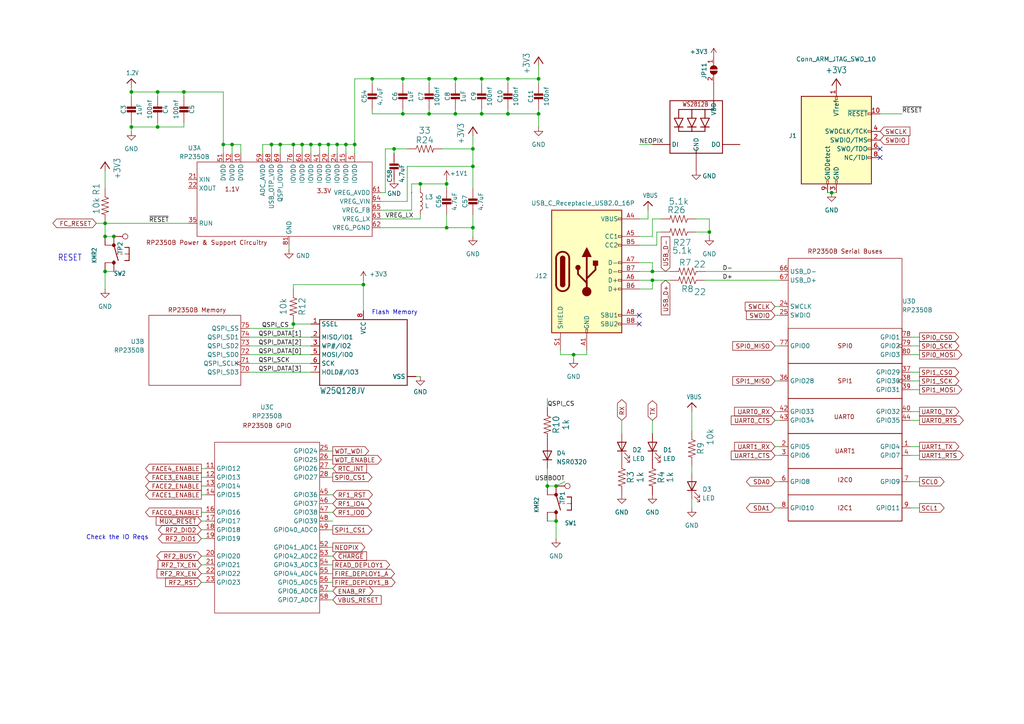
<source format=kicad_sch>
(kicad_sch (version 20250114) (generator "eeschema") (generator_version "9.0")
  (paper "A4")
  (text "RESET" (at 16.764 75.946 0) (effects (font (size 1.778 1.5113)) (justify left bottom)))
  (text "Flash Memory" (at 121.158 91.44 0) (effects (font (size 1.27 1.27)) (justify right bottom)))
  (text "SD Card" (at 71.374 218.44 0) (effects (font (size 1.27 1.27)) (justify left bottom)))
  (text "Check the IO Reqs" (at 34.036 155.956 0) (effects (font (size 1.27 1.27))))
  (junction (at 166.37 102.87))
  (junction (at 53.34 26.67))
  (junction (at 147.32 22.86))
  (junction (at 81.28 41.91))
  (junction (at 132.08 33.02))
  (junction (at 161.29 140.97))
  (junction (at 92.71 41.91))
  (junction (at 129.54 66.04))
  (junction (at 124.46 33.02))
  (junction (at 116.84 33.02))
  (junction (at 45.72 26.67))
  (junction (at 45.72 36.83))
  (junction (at 161.29 151.13))
  (junction (at 132.08 22.86))
  (junction (at 114.3 43.18))
  (junction (at 90.17 41.91))
  (junction (at 121.92 53.34))
  (junction (at 105.41 82.55))
  (junction (at 137.16 66.04))
  (junction (at 67.31 41.91))
  (junction (at 95.25 41.91))
  (junction (at 38.1 26.67))
  (junction (at 205.74 67.31))
  (junction (at 124.46 22.86))
  (junction (at 99.06 232.41))
  (junction (at 139.7 33.02))
  (junction (at 107.95 22.86))
  (junction (at 156.21 22.86))
  (junction (at 137.16 43.18))
  (junction (at 115.57 220.98))
  (junction (at 158.75 140.97))
  (junction (at 85.09 41.91))
  (junction (at 147.32 33.02))
  (junction (at 139.7 22.86))
  (junction (at 33.02 68.58))
  (junction (at 78.74 41.91))
  (junction (at 100.33 41.91))
  (junction (at 85.09 93.98))
  (junction (at 189.23 78.74))
  (junction (at 156.21 33.02))
  (junction (at 38.1 36.83))
  (junction (at 116.84 22.86))
  (junction (at 241.1984 55.88))
  (junction (at 102.87 41.91))
  (junction (at 30.48 78.74))
  (junction (at 129.54 53.34))
  (junction (at 30.48 68.58))
  (junction (at 97.79 41.91))
  (junction (at 87.63 41.91))
  (junction (at 137.16 48.26))
  (junction (at 30.48 64.77))
  (junction (at 189.23 81.28))
  (junction (at 64.77 41.91))
  (no_connect (at 52.07 234.95))
  (no_connect (at 185.42 91.44))
  (no_connect (at 95.25 229.87))
  (no_connect (at 255.27 43.18))
  (no_connect (at 185.42 93.98))
  (no_connect (at 52.07 240.03))
  (no_connect (at 255.27 45.72))
  (no_connect (at 52.07 237.49))
  (wire (pts (xy 189.23 63.5) (xy 191.77 63.5)))
  (wire (pts (xy 83.82 71.12) (xy 83.82 72.39)))
  (wire (pts (xy 224.79 129.54) (xy 226.06 129.54)))
  (wire (pts (xy 53.34 27.94) (xy 53.34 26.67)))
  (wire (pts (xy 205.74 67.31) (xy 205.74 68.58)))
  (wire (pts (xy 97.79 41.91) (xy 97.79 44.45)))
  (wire (pts (xy 132.08 22.86) (xy 124.46 22.86)))
  (wire (pts (xy 124.46 22.86) (xy 124.46 24.13)))
  (wire (pts (xy 264.16 102.87) (xy 266.7 102.87)))
  (wire (pts (xy 189.23 81.28) (xy 185.42 81.28)))
  (wire (pts (xy 100.33 41.91) (xy 102.87 41.91)))
  (wire (pts (xy 110.49 55.88) (xy 111.76 55.88)))
  (wire (pts (xy 264.16 119.38) (xy 266.7 119.38)))
  (wire (pts (xy 110.49 60.96) (xy 119.38 60.96)))
  (wire (pts (xy 189.23 78.74) (xy 194.31 78.74)))
  (wire (pts (xy 96.52 151.13) (xy 95.25 151.13)))
  (wire (pts (xy 124.46 31.75) (xy 124.46 33.02)))
  (wire (pts (xy 38.1 26.67) (xy 45.72 26.67)))
  (wire (pts (xy 85.09 41.91) (xy 87.63 41.91)))
  (wire (pts (xy 92.71 41.91) (xy 92.71 44.45)))
  (wire (pts (xy 96.52 133.35) (xy 95.25 133.35)))
  (wire (pts (xy 137.16 66.04) (xy 137.16 62.23)))
  (wire (pts (xy 81.28 41.91) (xy 85.09 41.91)))
  (wire (pts (xy 30.48 64.77) (xy 30.48 68.58)))
  (wire (pts (xy 264.16 147.32) (xy 266.7 147.32)))
  (wire (pts (xy 102.87 22.86) (xy 107.95 22.86)))
  (wire (pts (xy 124.46 33.02) (xy 132.08 33.02)))
  (wire (pts (xy 96.52 173.99) (xy 95.25 173.99)))
  (wire (pts (xy 38.1 38.1) (xy 38.1 36.83)))
  (wire (pts (xy 38.1 36.83) (xy 38.1 35.56)))
  (wire (pts (xy 30.48 83.82) (xy 30.48 78.74)))
  (wire (pts (xy 240.03 55.88) (xy 241.1984 55.88)))
  (wire (pts (xy 161.29 151.13) (xy 161.29 156.21)))
  (wire (pts (xy 107.95 33.02) (xy 116.84 33.02)))
  (wire (pts (xy 105.41 82.55) (xy 105.41 90.17)))
  (wire (pts (xy 139.7 22.86) (xy 139.7 24.13)))
  (wire (pts (xy 64.77 26.67) (xy 53.34 26.67)))
  (wire (pts (xy 128.27 43.18) (xy 137.16 43.18)))
  (wire (pts (xy 90.17 107.95) (xy 72.39 107.95)))
  (wire (pts (xy 115.57 219.71) (xy 115.57 220.98)))
  (wire (pts (xy 58.42 151.13) (xy 59.69 151.13)))
  (wire (pts (xy 96.52 148.59) (xy 95.25 148.59)))
  (wire (pts (xy 129.54 53.34) (xy 129.54 54.61)))
  (wire (pts (xy 58.42 156.21) (xy 59.69 156.21)))
  (wire (pts (xy 129.54 66.04) (xy 137.16 66.04)))
  (wire (pts (xy 69.85 44.45) (xy 69.85 41.91)))
  (wire (pts (xy 102.87 44.45) (xy 102.87 41.91)))
  (wire (pts (xy 204.47 78.74) (xy 226.06 78.74)))
  (wire (pts (xy 96.52 166.37) (xy 95.25 166.37)))
  (wire (pts (xy 189.23 68.58) (xy 189.23 63.5)))
  (wire (pts (xy 58.42 166.37) (xy 59.69 166.37)))
  (wire (pts (xy 87.63 41.91) (xy 87.63 44.45)))
  (wire (pts (xy 118.11 48.26) (xy 137.16 48.26)))
  (wire (pts (xy 170.18 102.87) (xy 166.37 102.87)))
  (wire (pts (xy 45.72 26.67) (xy 53.34 26.67)))
  (wire (pts (xy 30.48 68.58) (xy 33.02 68.58)))
  (wire (pts (xy 64.77 44.45) (xy 64.77 41.91)))
  (wire (pts (xy 137.16 66.04) (xy 137.16 68.58)))
  (wire (pts (xy 162.56 102.87) (xy 162.56 101.6)))
  (wire (pts (xy 190.5 67.31) (xy 191.77 67.31)))
  (wire (pts (xy 189.23 76.2) (xy 185.42 76.2)))
  (wire (pts (xy 90.17 41.91) (xy 90.17 44.45)))
  (wire (pts (xy 264.16 121.92) (xy 266.7 121.92)))
  (wire (pts (xy 137.16 43.18) (xy 137.16 48.26)))
  (wire (pts (xy 38.1 229.87) (xy 38.1 236.22)))
  (wire (pts (xy 100.33 41.91) (xy 100.33 44.45)))
  (wire (pts (xy 139.7 22.86) (xy 132.08 22.86)))
  (wire (pts (xy 76.2 41.91) (xy 78.74 41.91)))
  (wire (pts (xy 96.52 153.67) (xy 95.25 153.67)))
  (wire (pts (xy 95.25 41.91) (xy 95.25 44.45)))
  (wire (pts (xy 255.27 33.02) (xy 261.62 33.02)))
  (wire (pts (xy 78.74 41.91) (xy 81.28 41.91)))
  (wire (pts (xy 170.18 101.6) (xy 170.18 102.87)))
  (wire (pts (xy 116.84 22.86) (xy 116.84 24.13)))
  (wire (pts (xy 115.57 220.98) (xy 115.57 237.49)))
  (wire (pts (xy 118.11 58.42) (xy 118.11 48.26)))
  (wire (pts (xy 189.23 41.91) (xy 185.42 41.91)))
  (wire (pts (xy 156.21 22.86) (xy 156.21 24.13)))
  (wire (pts (xy 96.52 143.51) (xy 95.25 143.51)))
  (wire (pts (xy 121.92 63.5) (xy 121.92 62.23)))
  (wire (pts (xy 58.42 143.51) (xy 59.69 143.51)))
  (wire (pts (xy 45.72 36.83) (xy 45.72 35.56)))
  (wire (pts (xy 189.23 81.28) (xy 189.23 83.82)))
  (wire (pts (xy 201.93 63.5) (xy 205.74 63.5)))
  (wire (pts (xy 111.76 55.88) (xy 111.76 43.18)))
  (wire (pts (xy 38.1 27.94) (xy 38.1 26.67)))
  (wire (pts (xy 90.17 100.33) (xy 72.39 100.33)))
  (wire (pts (xy 180.34 121.92) (xy 180.34 125.73)))
  (wire (pts (xy 105.41 82.55) (xy 105.41 81.28)))
  (wire (pts (xy 190.5 71.12) (xy 190.5 67.31)))
  (wire (pts (xy 224.79 139.7) (xy 226.06 139.7)))
  (wire (pts (xy 99.06 220.98) (xy 99.06 222.25)))
  (wire (pts (xy 95.25 237.49) (xy 115.57 237.49)))
  (wire (pts (xy 85.09 44.45) (xy 85.09 41.91)))
  (wire (pts (xy 52.07 229.87) (xy 38.1 229.87)))
  (wire (pts (xy 185.42 68.58) (xy 189.23 68.58)))
  (wire (pts (xy 92.71 41.91) (xy 95.25 41.91)))
  (wire (pts (xy 264.16 100.33) (xy 266.7 100.33)))
  (wire (pts (xy 158.75 135.89) (xy 158.75 140.97)))
  (wire (pts (xy 85.09 95.25) (xy 85.09 93.98)))
  (wire (pts (xy 224.79 132.08) (xy 226.06 132.08)))
  (wire (pts (xy 264.16 113.03) (xy 266.7 113.03)))
  (wire (pts (xy 99.06 232.41) (xy 101.6 232.41)))
  (wire (pts (xy 64.77 41.91) (xy 64.77 26.67)))
  (wire (pts (xy 119.38 53.34) (xy 121.92 53.34)))
  (wire (pts (xy 224.79 91.44) (xy 226.06 91.44)))
  (wire (pts (xy 163.83 139.7) (xy 161.29 140.97)))
  (wire (pts (xy 200.66 135.128) (xy 200.66 137.16)))
  (wire (pts (xy 97.79 41.91) (xy 100.33 41.91)))
  (wire (pts (xy 116.84 22.86) (xy 107.95 22.86)))
  (wire (pts (xy 96.52 161.29) (xy 95.25 161.29)))
  (wire (pts (xy 95.25 41.91) (xy 97.79 41.91)))
  (wire (pts (xy 200.66 124.968) (xy 200.66 119.38)))
  (wire (pts (xy 87.63 41.91) (xy 90.17 41.91)))
  (wire (pts (xy 72.39 95.25) (xy 85.09 95.25)))
  (wire (pts (xy 147.32 22.86) (xy 156.21 22.86)))
  (wire (pts (xy 156.21 31.75) (xy 156.21 33.02)))
  (wire (pts (xy 110.49 66.04) (xy 129.54 66.04)))
  (wire (pts (xy 107.95 31.75) (xy 107.95 33.02)))
  (wire (pts (xy 96.52 158.75) (xy 95.25 158.75)))
  (wire (pts (xy 58.42 140.97) (xy 59.69 140.97)))
  (wire (pts (xy 58.42 148.59) (xy 59.69 148.59)))
  (wire (pts (xy 58.42 153.67) (xy 59.69 153.67)))
  (wire (pts (xy 156.21 19.05) (xy 156.21 22.86)))
  (wire (pts (xy 119.38 60.96) (xy 119.38 53.34)))
  (wire (pts (xy 81.28 44.45) (xy 81.28 41.91)))
  (wire (pts (xy 264.16 97.79) (xy 266.7 97.79)))
  (wire (pts (xy 85.09 83.82) (xy 85.09 82.55)))
  (wire (pts (xy 96.52 130.81) (xy 95.25 130.81)))
  (wire (pts (xy 166.37 102.87) (xy 166.37 104.14)))
  (wire (pts (xy 102.87 41.91) (xy 102.87 22.86)))
  (wire (pts (xy 96.52 171.45) (xy 95.25 171.45)))
  (wire (pts (xy 264.16 110.49) (xy 266.7 110.49)))
  (wire (pts (xy 132.08 33.02) (xy 139.7 33.02)))
  (wire (pts (xy 137.16 48.26) (xy 137.16 54.61)))
  (wire (pts (xy 96.52 135.89) (xy 95.25 135.89)))
  (wire (pts (xy 85.09 82.55) (xy 105.41 82.55)))
  (wire (pts (xy 129.54 62.23) (xy 129.54 66.04)))
  (wire (pts (xy 27.94 64.77) (xy 30.48 64.77)))
  (wire (pts (xy 189.23 81.28) (xy 194.31 81.28)))
  (wire (pts (xy 114.3 43.18) (xy 118.11 43.18)))
  (wire (pts (xy 67.31 41.91) (xy 64.77 41.91)))
  (wire (pts (xy 90.17 105.41) (xy 72.39 105.41)))
  (wire (pts (xy 241.1984 55.88) (xy 242.57 55.88)))
  (wire (pts (xy 58.42 163.83) (xy 59.69 163.83)))
  (wire (pts (xy 58.42 168.91) (xy 59.69 168.91)))
  (wire (pts (xy 110.49 58.42) (xy 118.11 58.42)))
  (wire (pts (xy 200.66 144.78) (xy 200.66 147.32)))
  (wire (pts (xy 187.96 63.5) (xy 187.96 60.96)))
  (wire (pts (xy 95.25 232.41) (xy 99.06 232.41)))
  (wire (pts (xy 189.23 78.74) (xy 189.23 76.2)))
  (wire (pts (xy 107.95 22.86) (xy 107.95 24.13)))
  (wire (pts (xy 158.75 118.11) (xy 158.75 115.57)))
  (wire (pts (xy 189.23 78.74) (xy 185.42 78.74)))
  (wire (pts (xy 30.48 64.77) (xy 54.61 64.77)))
  (wire (pts (xy 226.06 147.32) (xy 224.79 147.32)))
  (wire (pts (xy 204.47 81.28) (xy 226.06 81.28)))
  (wire (pts (xy 67.31 44.45) (xy 67.31 41.91)))
  (wire (pts (xy 53.34 36.83) (xy 53.34 35.56)))
  (wire (pts (xy 166.37 102.87) (xy 162.56 102.87)))
  (wire (pts (xy 96.52 138.43) (xy 95.25 138.43)))
  (wire (pts (xy 85.09 93.98) (xy 90.17 93.98)))
  (wire (pts (xy 224.79 88.9) (xy 226.06 88.9)))
  (wire (pts (xy 30.48 49.53) (xy 30.48 54.61)))
  (wire (pts (xy 120.65 109.22) (xy 121.92 109.22)))
  (wire (pts (xy 185.42 71.12) (xy 190.5 71.12)))
  (wire (pts (xy 224.79 119.38) (xy 226.06 119.38)))
  (wire (pts (xy 147.32 24.13) (xy 147.32 22.86)))
  (wire (pts (xy 161.29 140.97) (xy 158.75 140.97)))
  (wire (pts (xy 147.32 22.86) (xy 139.7 22.86)))
  (wire (pts (xy 224.79 121.92) (xy 226.06 121.92)))
  (wire (pts (xy 33.02 78.74) (xy 30.48 78.74)))
  (wire (pts (xy 224.79 110.49) (xy 226.06 110.49)))
  (wire (pts (xy 147.32 31.75) (xy 147.32 33.02)))
  (wire (pts (xy 111.76 43.18) (xy 114.3 43.18)))
  (wire (pts (xy 58.42 138.43) (xy 59.69 138.43)))
  (wire (pts (xy 90.17 97.79) (xy 72.39 97.79)))
  (wire (pts (xy 96.52 163.83) (xy 95.25 163.83)))
  (wire (pts (xy 45.72 36.83) (xy 53.34 36.83)))
  (wire (pts (xy 96.52 146.05) (xy 95.25 146.05)))
  (wire (pts (xy 132.08 31.75) (xy 132.08 33.02)))
  (wire (pts (xy 38.1 25.4) (xy 38.1 26.67)))
  (wire (pts (xy 264.16 129.54) (xy 266.7 129.54)))
  (wire (pts (xy 158.75 151.13) (xy 161.29 151.13)))
  (wire (pts (xy 147.32 33.02) (xy 156.21 33.02)))
  (wire (pts (xy 121.92 53.34) (xy 121.92 54.61)))
  (wire (pts (xy 116.84 33.02) (xy 124.46 33.02)))
  (wire (pts (xy 226.06 100.33) (xy 224.79 100.33)))
  (wire (pts (xy 137.16 39.37) (xy 137.16 43.18)))
  (wire (pts (xy 96.52 168.91) (xy 95.25 168.91)))
  (wire (pts (xy 121.92 53.34) (xy 129.54 53.34)))
  (wire (pts (xy 139.7 31.75) (xy 139.7 33.02)))
  (wire (pts (xy 116.84 31.75) (xy 116.84 33.02)))
  (wire (pts (xy 129.54 52.07) (xy 129.54 53.34)))
  (wire (pts (xy 90.17 102.87) (xy 72.39 102.87)))
  (wire (pts (xy 185.42 63.5) (xy 187.96 63.5)))
  (wire (pts (xy 189.23 121.92) (xy 189.23 125.73)))
  (wire (pts (xy 78.74 44.45) (xy 78.74 41.91)))
  (wire (pts (xy 69.85 41.91) (xy 67.31 41.91)))
  (wire (pts (xy 201.93 67.31) (xy 205.74 67.31)))
  (wire (pts (xy 264.16 139.7) (xy 266.7 139.7)))
  (wire (pts (xy 115.57 220.98) (xy 99.06 220.98)))
  (wire (pts (xy 264.16 107.95) (xy 266.7 107.95)))
  (wire (pts (xy 110.49 63.5) (xy 121.92 63.5)))
  (wire (pts (xy 45.72 27.94) (xy 45.72 26.67)))
  (wire (pts (xy 189.23 83.82) (xy 185.42 83.82)))
  (wire (pts (xy 58.42 161.29) (xy 59.69 161.29)))
  (wire (pts (xy 139.7 33.02) (xy 147.32 33.02)))
  (wire (pts (xy 205.74 63.5) (xy 205.74 67.31)))
  (wire (pts (xy 38.1 36.83) (xy 45.72 36.83)))
  (wire (pts (xy 90.17 41.91) (xy 92.71 41.91)))
  (wire (pts (xy 124.46 22.86) (xy 116.84 22.86)))
  (wire (pts (xy 58.42 135.89) (xy 59.69 135.89)))
  (wire (pts (xy 156.21 33.02) (xy 156.21 36.83)))
  (wire (pts (xy 264.16 132.08) (xy 266.7 132.08)))
  (wire (pts (xy 114.3 43.18) (xy 114.3 44.45)))
  (wire (pts (xy 76.2 44.45) (xy 76.2 41.91)))
  (wire (pts (xy 132.08 22.86) (xy 132.08 24.13)))
  (label "QSPI_CS" (at 83.82 95.25 180) (effects (font (size 1.2446 1.2446))))
  (label "NEOPIX" (at 185.42 41.91 0) (effects (font (size 1.2446 1.2446))))
  (label "USBBOOT" (at 163.83 139.7 180) (effects (font (size 1.2446 1.2446))))
  (label "QSPI_DATA[2]" (at 74.93 100.33 0) (effects (font (size 1.2446 1.2446))))
  (label "QSPI_DATA[3]" (at 74.93 107.95 0) (effects (font (size 1.2446 1.2446))))
  (label "~{RESET}" (at 261.62 33.02 0) (effects (font (size 1.2446 1.2446))))
  (label "D+" (at 209.55 81.28 0) (effects (font (size 1.2446 1.2446))))
  (label "QSPI_SCK" (at 74.93 105.41 0) (effects (font (size 1.2446 1.2446))))
  (label "QSPI_DATA[1]" (at 74.93 97.79 0) (effects (font (size 1.2446 1.2446))))
  (label "~{RESET}" (at 43.18 64.77 0) (effects (font (size 1.2446 1.2446))))
  (label "QSPI_DATA[0]" (at 74.93 102.87 0) (effects (font (size 1.2446 1.2446))))
  (label "QSPI_CS" (at 158.75 118.11 0) (effects (font (size 1.2446 1.2446))))
  (label "VREG_LX" (at 111.76 63.5 0))
  (label "D-" (at 209.55 78.74 0) (effects (font (size 1.2446 1.2446))))
  (global_label "FIRE_DEPLOY1_A" (shape output) (at 96.52 166.37 0) (property "Intersheetrefs" "${INTERSHEET_REFS}" (effects (hide yes))))
  (global_label "SDA0" (shape bidirectional) (at 224.79 139.7 180) (property "Intersheetrefs" "${INTERSHEET_REFS}" (effects (hide yes))))
  (global_label "USB_D-" (shape input) (at 193.04 78.74 90) (property "Intersheetrefs" "${INTERSHEET_REFS}" (effects (hide yes))))
  (global_label "UART1_RX" (shape input) (at 224.79 129.54 180) (property "Intersheetrefs" "${INTERSHEET_REFS}" (effects (hide yes))))
  (global_label "FACE3_ENABLE" (shape output) (at 58.42 138.43 180) (property "Intersheetrefs" "${INTERSHEET_REFS}" (effects (hide yes))))
  (global_label "SWDIO" (shape input) (at 255.27 40.64 0) (property "Intersheetrefs" "${INTERSHEET_REFS}" (effects (hide yes))))
  (global_label "UART0_TX" (shape output) (at 266.7 119.38 0) (property "Intersheetrefs" "${INTERSHEET_REFS}" (effects (hide yes))))
  (global_label "RF1_IO0" (shape bidirectional) (at 96.52 148.59 0) (property "Intersheetrefs" "${INTERSHEET_REFS}" (effects (hide yes))))
  (global_label "RF2_RST" (shape input) (at 58.42 168.91 180) (property "Intersheetrefs" "${INTERSHEET_REFS}" (effects (hide yes))))
  (global_label "ENAB_RF" (shape bidirectional) (at 96.52 171.45 0) (property "Intersheetrefs" "${INTERSHEET_REFS}" (effects (hide yes))))
  (global_label "SWCLK" (shape input) (at 224.79 88.9 180) (property "Intersheetrefs" "${INTERSHEET_REFS}" (effects (hide yes))))
  (global_label "RF2_DIO2" (shape bidirectional) (at 58.42 153.67 180) (property "Intersheetrefs" "${INTERSHEET_REFS}" (effects (hide yes))))
  (global_label "FACE2_ENABLE" (shape output) (at 58.42 140.97 180) (property "Intersheetrefs" "${INTERSHEET_REFS}" (effects (hide yes))))
  (global_label "SPI1_MOSI" (shape output) (at 266.7 113.03 0) (property "Intersheetrefs" "${INTERSHEET_REFS}" (effects (hide yes))))
  (global_label "RF2_TX_EN" (shape input) (at 58.42 163.83 180) (property "Intersheetrefs" "${INTERSHEET_REFS}" (effects (hide yes))))
  (global_label "USB_D+" (shape input) (at 193.04 81.28 270) (property "Intersheetrefs" "${INTERSHEET_REFS}" (effects (hide yes))))
  (global_label "RF2_RX_EN" (shape input) (at 58.42 166.37 180) (property "Intersheetrefs" "${INTERSHEET_REFS}" (effects (hide yes))))
  (global_label "UART0_RX" (shape input) (at 224.79 119.38 180) (property "Intersheetrefs" "${INTERSHEET_REFS}" (effects (hide yes))))
  (global_label "SPI0_SCK" (shape output) (at 266.7 100.33 0) (property "Intersheetrefs" "${INTERSHEET_REFS}" (effects (hide yes))))
  (global_label "~{CHARGE}" (shape input) (at 96.52 161.29 0) (property "Intersheetrefs" "${INTERSHEET_REFS}" (effects (hide yes))))
  (global_label "RF1_IO4" (shape bidirectional) (at 96.52 146.05 0) (property "Intersheetrefs" "${INTERSHEET_REFS}" (effects (hide yes))))
  (global_label "READ_DEPLOY1" (shape output) (at 96.52 163.83 0) (property "Intersheetrefs" "${INTERSHEET_REFS}" (effects (hide yes))))
  (global_label "SPI0_MOSI" (shape output) (at 266.7 102.87 0) (property "Intersheetrefs" "${INTERSHEET_REFS}" (effects (hide yes))))
  (global_label "SPI0_CS0" (shape output) (at 266.7 97.79 0) (property "Intersheetrefs" "${INTERSHEET_REFS}" (effects (hide yes))))
  (global_label "SCL0" (shape output) (at 266.7 139.7 0) (property "Intersheetrefs" "${INTERSHEET_REFS}" (effects (hide yes))))
  (global_label "NEOPIX" (shape output) (at 96.52 158.75 0) (property "Intersheetrefs" "${INTERSHEET_REFS}" (effects (hide yes))))
  (global_label "SPI0_CS1" (shape output) (at 96.52 138.43 0) (property "Intersheetrefs" "${INTERSHEET_REFS}" (effects (hide yes))))
  (global_label "SPI1_SCK" (shape input) (at 95.25 240.03 0) (property "Intersheetrefs" "${INTERSHEET_REFS}" (effects (hide yes))))
  (global_label "RF1_RST" (shape bidirectional) (at 96.52 143.51 0) (property "Intersheetrefs" "${INTERSHEET_REFS}" (effects (hide yes))))
  (global_label "FACE1_ENABLE" (shape output) (at 58.42 143.51 180) (property "Intersheetrefs" "${INTERSHEET_REFS}" (effects (hide yes))))
  (global_label "SPI1_MISO" (shape output) (at 52.07 232.41 180) (property "Intersheetrefs" "${INTERSHEET_REFS}" (effects (hide yes))))
  (global_label "SCL1" (shape output) (at 266.7 147.32 0) (property "Intersheetrefs" "${INTERSHEET_REFS}" (effects (hide yes))))
  (global_label "SPI1_CS1" (shape output) (at 96.52 153.67 0) (property "Intersheetrefs" "${INTERSHEET_REFS}" (effects (hide yes))))
  (global_label "SWDIO" (shape input) (at 224.79 91.44 180) (property "Intersheetrefs" "${INTERSHEET_REFS}" (effects (hide yes))))
  (global_label "SPI1_SCK" (shape output) (at 266.7 110.49 0) (property "Intersheetrefs" "${INTERSHEET_REFS}" (effects (hide yes))))
  (global_label "RX" (shape bidirectional) (at 180.34 121.92 90) (property "Intersheetrefs" "${INTERSHEET_REFS}" (effects (hide yes))))
  (global_label "WDT_WDI" (shape output) (at 96.52 130.81 0) (property "Intersheetrefs" "${INTERSHEET_REFS}" (effects (hide yes))))
  (global_label "RTC_INT" (shape input) (at 96.52 135.89 0) (property "Intersheetrefs" "${INTERSHEET_REFS}" (effects (hide yes))))
  (global_label "FACE4_ENABLE" (shape output) (at 58.42 135.89 180) (property "Intersheetrefs" "${INTERSHEET_REFS}" (effects (hide yes))))
  (global_label "UART1_RTS" (shape output) (at 266.7 132.08 0) (property "Intersheetrefs" "${INTERSHEET_REFS}" (effects (hide yes))))
  (global_label "SDA1" (shape bidirectional) (at 224.79 147.32 180) (property "Intersheetrefs" "${INTERSHEET_REFS}" (effects (hide yes))))
  (global_label "UART0_RTS" (shape output) (at 266.7 121.92 0) (property "Intersheetrefs" "${INTERSHEET_REFS}" (effects (hide yes))))
  (global_label "RF2_BUSY" (shape bidirectional) (at 58.42 161.29 180) (property "Intersheetrefs" "${INTERSHEET_REFS}" (effects (hide yes))))
  (global_label "UART1_TX" (shape output) (at 266.7 129.54 0) (property "Intersheetrefs" "${INTERSHEET_REFS}" (effects (hide yes))))
  (global_label "RF2_DIO1" (shape bidirectional) (at 58.42 156.21 180) (property "Intersheetrefs" "${INTERSHEET_REFS}" (effects (hide yes))))
  (global_label "SPI1_MISO" (shape input) (at 224.79 110.49 180) (property "Intersheetrefs" "${INTERSHEET_REFS}" (effects (hide yes))))
  (global_label "FACE0_ENABLE" (shape output) (at 58.42 148.59 180) (property "Intersheetrefs" "${INTERSHEET_REFS}" (effects (hide yes))))
  (global_label "FIRE_DEPLOY1_B" (shape output) (at 96.52 168.91 0) (property "Intersheetrefs" "${INTERSHEET_REFS}" (effects (hide yes))))
  (global_label "SPI0_MISO" (shape input) (at 224.79 100.33 180) (property "Intersheetrefs" "${INTERSHEET_REFS}" (effects (hide yes))))
  (global_label "UART1_CTS" (shape input) (at 224.79 132.08 180) (property "Intersheetrefs" "${INTERSHEET_REFS}" (effects (hide yes))))
  (global_label "SPI1_CS0" (shape output) (at 266.7 107.95 0) (property "Intersheetrefs" "${INTERSHEET_REFS}" (effects (hide yes))))
  (global_label "~{MUX_RESET}" (shape input) (at 58.42 151.13 180) (property "Intersheetrefs" "${INTERSHEET_REFS}" (effects (hide yes))))
  (global_label "SWCLK" (shape input) (at 255.27 38.1 0) (property "Intersheetrefs" "${INTERSHEET_REFS}" (effects (hide yes))))
  (global_label "UART0_CTS" (shape input) (at 224.79 121.92 180) (property "Intersheetrefs" "${INTERSHEET_REFS}" (effects (hide yes))))
  (global_label "SPI1_CS1" (shape input) (at 101.6 232.41 0) (property "Intersheetrefs" "${INTERSHEET_REFS}" (effects (hide yes))))
  (global_label "WDT_ENABLE" (shape output) (at 96.52 133.35 0) (property "Intersheetrefs" "${INTERSHEET_REFS}" (effects (hide yes))))
  (global_label "SPI1_MOSI" (shape input) (at 95.25 234.95 0) (property "Intersheetrefs" "${INTERSHEET_REFS}" (effects (hide yes))))
  (global_label "VBUS_RESET" (shape input) (at 96.52 173.99 0) (property "Intersheetrefs" "${INTERSHEET_REFS}" (effects (hide yes))))
  (global_label "TX" (shape bidirectional) (at 189.23 121.92 90) (property "Intersheetrefs" "${INTERSHEET_REFS}" (effects (hide yes))))
  (global_label "FC_RESET" (shape bidirectional) (at 27.94 64.77 180) (property "Intersheetrefs" "${INTERSHEET_REFS}" (effects (hide yes))))
  (symbol (lib_id "mainboard:RESISTOR0603") (at 180.34 138.43 270) (unit 1)
    (property "Reference" "R3" (at 181.864 138.43 0) (effects (font (size 1.778 1.778)) (justify bottom)))
    (property "Value" "1k" (at 186.69 138.43 0) (effects (font (size 1.778 1.778)) (justify top)))
    (property "Footprint" "Resistor_SMD:R_0603_1608Metric" (effects (hide yes)))
    (property "Description" "100K 0603" (effects (hide yes)))
  )
  (symbol (lib_id "Molex 503398-1892:503398-1892") (at 95.25 229.87 0) (mirror y) (unit 1)
    (property "Reference" "J4" (at 76.962 221.742 0) (effects (font (size 2.159 2.159)) (justify left bottom)))
    (property "Value" "Molex 503398-1892" (at 91.694 225.552 0) (effects (font (size 2.159 2.159)) (justify left bottom)))
    (property "Footprint" "503398-1892-1" (effects (hide yes)))
    (property "Datasheet" "http://www.molex.com/webdocs/datasheets/pdf/en-us//5033981892_MEMORY_CARD_SOCKET.pdf" (effects (hide yes)))
    (property "Description" "MicroSD SMT Push-Push 1.28mm height MicroSD SMT Push-Push 1.28mm height" (effects (hide yes)))
    (property "Flight" "5031821852" (effects (hide yes)))
    (property "Manufacturer_Name" "Molex" (effects (hide yes)))
    (property "Manufacturer_Part_Number" "503398-1892" (effects (hide yes)))
    (property "Proto" "5031821852" (effects (hide yes)))
    (property "Mouser Part Number" "538-503398-1892" (effects (hide yes)))
    (property "Mouser Price/Stock" "https://www.mouser.co.uk/ProductDetail/Molex/503398-1892?qs=b0v8CoHHvSMxV%252BW12iKaSg%3D%3D" (effects (hide yes)))
  )
  (symbol (lib_id "Adafruit ItsyBitsy RP2040-eagle-import:CAP_CERAMIC_0603MP") (at 114.3 49.53 0) (unit 1)
    (property "Reference" "C58" (at 113.03 51.054 90))
    (property "Value" "4.7uF" (at 116.586 50.292 90))
    (property "Footprint" "Capacitor_SMD:C_0402_1005Metric" (effects (hide yes)))
  )
  (symbol (lib_id "Adafruit ItsyBitsy RP2040-eagle-import:SWITCH_TACT_SMT4.6X2.8") (at 33.02 73.66 270) (unit 1)
    (property "Reference" "SW2" (at 33.02 80.01 90) (effects (font (size 1.27 1.0795)) (justify left bottom)))
    (property "Value" "KMR2" (at 26.67 71.755 0) (effects (font (size 1.27 1.0795)) (justify left bottom)))
    (property "Footprint" "FC_DEV_BOARD:BTN_KMR2_4.6X2.8" (effects (hide yes)))
  )
  (symbol (lib_id "Adafruit ItsyBitsy RP2040-eagle-import:+3V3") (at 156.21 16.51 0) (unit 1)
    (property "Reference" "#+3V08" (effects (hide yes)))
    (property "Value" "+3V3" (at 153.67 21.59 90) (effects (font (size 1.778 1.5113)) (justify left bottom)))
    (property "Footprint" "Adafruit ItsyBitsy RP2040:" (effects (hide yes)))
  )
  (symbol (lib_id "Adafruit ItsyBitsy RP2040-eagle-import:SWITCH_TACT_SMT4.6X2.8") (at 161.29 146.05 270) (unit 1)
    (property "Reference" "SW1" (at 163.83 152.4 90) (effects (font (size 1.27 1.0795)) (justify left bottom)))
    (property "Value" "KMR2" (at 154.94 144.145 0) (effects (font (size 1.27 1.0795)) (justify left bottom)))
    (property "Footprint" "FC_DEV_BOARD:BTN_KMR2_4.6X2.8" (effects (hide yes)))
  )
  (symbol (lib_id "Adafruit ItsyBitsy RP2040-eagle-import:VBUS") (at 200.66 116.84 0) (unit 1)
    (property "Reference" "#U$07" (effects (hide yes)))
    (property "Value" "VBUS" (at 199.136 115.824 0) (effects (font (size 1.27 1.0795)) (justify left bottom)))
    (property "Footprint" "Adafruit ItsyBitsy RP2040:" (effects (hide yes)))
  )
  (symbol (lib_id "Device:LED") (at 189.23 129.54 90) (unit 1)
    (property "Reference" "D1" (at 192.278 130.4925 90) (effects (justify right)))
    (property "Value" "LED" (at 192.278 133.0325 90) (effects (justify right)))
    (property "Footprint" "LED_SMD:LED_0603_1608Metric" (effects (hide yes)))
  )
  (symbol (lib_id "Adafruit ItsyBitsy RP2040-eagle-import:CAP_CERAMIC_0603MP") (at 107.95 29.21 0) (unit 1)
    (property "Reference" "C54" (at 105.66 27.96 90))
    (property "Value" "4.7uF" (at 110.25 27.96 90))
    (property "Footprint" "Capacitor_SMD:C_0402_1005Metric" (effects (hide yes)))
  )
  (symbol (lib_id "Adafruit ItsyBitsy RP2040-eagle-import:CAP_CERAMIC_0402NO") (at 156.21 29.21 0) (unit 1)
    (property "Reference" "C11" (at 153.92 27.96 90))
    (property "Value" "100nf" (at 158.51 27.96 90))
    (property "Footprint" "Capacitor_SMD:C_0402_1005Metric" (effects (hide yes)))
  )
  (symbol (lib_id "mainboard:RESISTOR0603") (at 85.09 88.9 270) (unit 1)
    (property "Reference" "R12" (at 86.614 88.9 0) (effects (font (size 1.778 1.778)) (justify bottom)))
    (property "Value" "10k" (at 83.185 88.9 0) (effects (font (size 1.778 1.778)) (justify top)))
    (property "Footprint" "Resistor_SMD:R_0603_1608Metric" (effects (hide yes)))
    (property "Description" "100K 0603" (effects (hide yes)))
  )
  (symbol (lib_id "Connector:TestPoint") (at 33.02 68.58 270) (unit 1)
    (property "Reference" "TP2" (at 34.8488 70.0532 0) (effects (justify left)))
    (property "Value" "RESET" (effects (hide yes)))
    (property "Footprint" "TestPoint:TestPoint_Loop_D1.80mm_Drill1.0mm_Beaded" (effects (hide yes)))
  )
  (symbol (lib_id "power:GND") (at 121.92 109.22 0) (unit 1)
    (property "Reference" "#PWR049" (effects (hide yes)))
    (property "Value" "GND" (at 121.92 113.6634 0))
  )
  (symbol (lib_name "GND_1") (lib_id "power:GND") (at 205.74 68.58 0) (unit 1)
    (property "Reference" "#PWR090" (effects (hide yes)))
    (property "Value" "GND" (at 205.74 73.66 0))
    (property "Description" "Power symbol creates a global label with name \"GND\" , ground" (effects (hide yes)))
  )
  (symbol (lib_id "PROVES:RP2350B") (at 77.47 135.89 0) (unit 3)
    (property "Reference" "U3" (at 77.47 118.11 0))
    (property "Value" "RP2350B" (at 77.47 120.65 0))
    (property "Footprint" "RP2350:QFN-80_L10.0-W10.0-P0.40-TL-EP3.4" (effects (hide yes)))
    (property "Datasheet" "https://datasheets.raspberrypi.com/rp2350/hardware-design-with-rp2350.pdf" (effects (hide yes)))
    (property "Description" "The RP2350B Microcontroller from the Raspberry Pi Foundation" (effects (hide yes)))
    (property "Application Notes" "https://datasheets.raspberrypi.com/rp2350/hardware-design-with-rp2350.pdf" (effects (hide yes)))
  )
  (symbol (lib_id "mainboard:RESISTOR0603") (at 99.06 227.33 90) (unit 1)
    (property "Reference" "R11" (at 97.536 222.25 0) (effects (font (size 1.778 1.778)) (justify bottom)))
    (property "Value" "10k" (at 92.71 222.504 0) (effects (font (size 1.778 1.778)) (justify top)))
    (property "Footprint" "Resistor_SMD:R_0603_1608Metric" (effects (hide yes)))
    (property "Description" "100K 0603" (effects (hide yes)))
  )
  (symbol (lib_id "power:GND") (at 38.1 236.22 0) (unit 1)
    (property "Reference" "#PWR027" (effects (hide yes)))
    (property "Value" "GND" (at 38.1 240.6634 0))
  )
  (symbol (lib_id "Device:LED") (at 200.66 140.97 90) (unit 1)
    (property "Reference" "D3" (at 203.708 141.9225 90) (effects (justify right)))
    (property "Value" "LED" (at 203.708 144.4625 90) (effects (justify right)))
    (property "Footprint" "LED_SMD:LED_0603_1608Metric" (effects (hide yes)))
  )
  (symbol (lib_id "Adafruit ItsyBitsy RP2040-eagle-import:CAP_CERAMIC_0402NO") (at 124.46 29.21 0) (unit 1)
    (property "Reference" "C7" (at 122.17 27.96 90))
    (property "Value" "100nf" (at 126.76 27.96 90))
    (property "Footprint" "Capacitor_SMD:C_0402_1005Metric" (effects (hide yes)))
  )
  (symbol (lib_id "power:GND") (at 201.93 49.53 0) (unit 1)
    (property "Reference" "#PWR050" (effects (hide yes)))
    (property "Value" "GND" (at 205.74 51.054 0))
  )
  (symbol (lib_id "Adafruit ItsyBitsy RP2040-eagle-import:VBUS") (at 187.96 58.42 0) (unit 1)
    (property "Reference" "#U$05" (effects (hide yes)))
    (property "Value" "VBUS" (at 186.436 57.404 0) (effects (font (size 1.27 1.0795)) (justify left bottom)))
    (property "Footprint" "Adafruit ItsyBitsy RP2040:" (effects (hide yes)))
  )
  (symbol (lib_id "power:GND") (at 114.3 52.07 0) (unit 1)
    (property "Reference" "#PWR033" (effects (hide yes)))
    (property "Value" "GND" (at 114.3 56.134 0))
  )
  (symbol (lib_id "mainboard:RESISTOR0603") (at 30.48 59.69 270) (unit 1)
    (property "Reference" "R1" (at 26.924 54.864 0) (effects (font (size 1.778 1.778)) (justify bottom)))
    (property "Value" "10k" (at 28.956 59.69 0) (effects (font (size 1.778 1.778)) (justify top)))
    (property "Footprint" "Resistor_SMD:R_0603_1608Metric" (effects (hide yes)))
    (property "Description" "100K 0603" (effects (hide yes)))
  )
  (symbol (lib_id "power:GND") (at 200.66 147.32 0) (unit 1)
    (property "Reference" "#PWR019" (effects (hide yes)))
    (property "Value" "GND" (at 200.66 152.4 0))
  )
  (symbol (lib_id "power:GND") (at 137.16 68.58 0) (unit 1)
    (property "Reference" "#PWR031" (effects (hide yes)))
    (property "Value" "GND" (at 137.16 73.66 0))
  )
  (symbol (lib_id "Adafruit ItsyBitsy RP2040-eagle-import:CAP_CERAMIC_0603MP") (at 38.1 33.02 0) (unit 1)
    (property "Reference" "C3" (at 35.81 31.77 90))
    (property "Value" "1uF" (at 40.4 31.77 90))
    (property "Footprint" "Capacitor_SMD:C_0603_1608Metric" (effects (hide yes)))
  )
  (symbol (lib_id "power:GND") (at 38.1 38.1 0) (unit 1)
    (property "Reference" "#PWR02" (effects (hide yes)))
    (property "Value" "GND" (at 38.1 43.18 0))
  )
  (symbol (lib_id "power:GND") (at 83.82 72.39 0) (unit 1)
    (property "Reference" "#PWR013" (effects (hide yes)))
    (property "Value" "GND" (at 87.884 74.168 0))
  )
  (symbol (lib_id "Adafruit ItsyBitsy RP2040-eagle-import:CAP_CERAMIC_0603MP") (at 137.16 59.69 0) (unit 1)
    (property "Reference" "C57" (at 134.87 58.44 90))
    (property "Value" "4.7uF" (at 139.46 58.44 90))
    (property "Footprint" "Capacitor_SMD:C_0402_1005Metric" (effects (hide yes)))
  )
  (symbol (lib_id "power:+1V1") (at 129.54 52.07 0) (unit 1)
    (property "Reference" "#PWR03" (effects (hide yes)))
    (property "Value" "+1V1" (at 133.096 50.292 0))
    (property "Description" "Power symbol creates a global label with name \"+1V1\"" (effects (hide yes)))
  )
  (symbol (lib_id "Adafruit ItsyBitsy RP2040-eagle-import:CAP_CERAMIC_0402NO") (at 53.34 30.48 180) (unit 1)
    (property "Reference" "C5" (at 55.63 31.73 90))
    (property "Value" "100nf" (at 51.04 31.73 90))
    (property "Footprint" "Capacitor_SMD:C_0402_1005Metric" (effects (hide yes)))
  )
  (symbol (lib_id "Adafruit ItsyBitsy RP2040-eagle-import:WS2812B_SK6805_1515") (at 201.93 39.37 0) (unit 1)
    (property "Reference" "LED1" (effects (hide yes)))
    (property "Value" "WS2812B_SK6812_1515" (effects (hide yes)))
    (property "Footprint" "LED_SMD:LED_WS2812B_PLCC4_5.0x5.0mm_P3.2mm" (effects (hide yes)))
  )
  (symbol (lib_id "Adafruit ItsyBitsy RP2040-eagle-import:+3V3") (at 242.57 22.86 0) (unit 1)
    (property "Reference" "#+3V010" (effects (hide yes)))
    (property "Value" "+3V3" (at 242.57 20.32 0) (effects (font (size 1.778 1.5113))))
    (property "Footprint" "Adafruit ItsyBitsy RP2040:" (effects (hide yes)))
  )
  (symbol (lib_id "power:GND") (at 161.29 156.21 0) (unit 1)
    (property "Reference" "#PWR020" (effects (hide yes)))
    (property "Value" "GND" (at 161.29 161.29 0))
  )
  (symbol (lib_id "mainboard:RESISTOR0603") (at 199.39 78.74 180) (unit 1)
    (property "Reference" "R7" (at 198.7296 75.1332 0) (effects (font (size 1.778 1.778)) (justify bottom)))
    (property "Value" "22" (at 202.946 77.6732 0) (effects (font (size 1.778 1.778)) (justify top)))
    (property "Footprint" "Resistor_SMD:R_0603_1608Metric" (effects (hide yes)))
    (property "Description" "100K 0603" (effects (hide yes)))
  )
  (symbol (lib_id "mainboard:RESISTOR0603") (at 200.66 130.048 270) (unit 1)
    (property "Reference" "R9" (at 202.184 130.048 0) (effects (font (size 1.778 1.778)) (justify bottom)))
    (property "Value" "10k" (at 207.01 126.746 0) (effects (font (size 1.778 1.778)) (justify top)))
    (property "Footprint" "Resistor_SMD:R_0603_1608Metric" (effects (hide yes)))
    (property "Description" "100K 0603" (effects (hide yes)))
  )
  (symbol (lib_id "mainboard:RESISTOR0603") (at 158.75 123.19 270) (unit 1)
    (property "Reference" "R10" (at 160.274 123.19 0) (effects (font (size 1.778 1.778)) (justify bottom)))
    (property "Value" "1k" (at 165.1 123.19 0) (effects (font (size 1.778 1.778)) (justify top)))
    (property "Footprint" "Resistor_SMD:R_0603_1608Metric" (effects (hide yes)))
    (property "Description" "100K 0603" (effects (hide yes)))
  )
  (symbol (lib_id "Connector:TestPoint") (at 161.29 140.97 270) (unit 1)
    (property "Reference" "TP1" (at 163.1188 142.4432 0) (effects (justify left)))
    (property "Value" "USBBOOT" (effects (hide yes)))
    (property "Footprint" "TestPoint:TestPoint_Loop_D1.80mm_Drill1.0mm_Beaded" (effects (hide yes)))
  )
  (symbol (lib_id "Adafruit ItsyBitsy RP2040-eagle-import:1.2V") (at 38.1 22.86 0) (unit 1)
    (property "Reference" "#U$02" (effects (hide yes)))
    (property "Value" "1.2V" (at 36.576 21.844 0) (effects (font (size 1.27 1.0795)) (justify left bottom)))
    (property "Footprint" "Adafruit ItsyBitsy RP2040:" (effects (hide yes)))
  )
  (symbol (lib_id "Device:L") (at 121.92 58.42 0) (unit 1)
    (property "Reference" "L3" (at 123.19 57.1499 0) (effects (justify left)))
    (property "Value" "L" (at 123.19 59.6899 0) (effects (justify left)))
    (property "Description" "Inductor" (effects (hide yes)))
  )
  (symbol (lib_id "Connector:USB_C_Receptacle_USB2.0_16P") (at 170.18 78.74 0) (unit 1)
    (property "Reference" "J12" (at 158.75 80.0101 0) (effects (justify right)))
    (property "Value" "USB_C_Receptacle_USB2.0_16P" (at 184.15 58.928 0) (effects (justify right)))
    (property "Footprint" "Connector_USB:USB_C_Receptacle_HRO_TYPE-C-31-M-12" (effects (hide yes)))
    (property "Datasheet" "https://www.usb.org/sites/default/files/documents/usb_type-c.zip" (effects (hide yes)))
    (property "Description" "USB 2.0-only 16P Type-C Receptacle connector" (effects (hide yes)))
  )
  (symbol (lib_id "Adafruit ItsyBitsy RP2040-eagle-import:CAP_CERAMIC_0402NO") (at 147.32 29.21 0) (unit 1)
    (property "Reference" "C10" (at 145.03 27.96 90))
    (property "Value" "100nf" (at 149.62 27.96 90))
    (property "Footprint" "Capacitor_SMD:C_0402_1005Metric" (effects (hide yes)))
  )
  (symbol (lib_id "Adafruit ItsyBitsy RP2040-eagle-import:+3V3") (at 30.48 46.99 0) (mirror y) (unit 1)
    (property "Reference" "#+3V01" (effects (hide yes)))
    (property "Value" "+3V3" (at 33.02 52.07 90) (effects (font (size 1.778 1.5113)) (justify left bottom)))
    (property "Footprint" "Adafruit ItsyBitsy RP2040:" (effects (hide yes)))
  )
  (symbol (lib_id "Adafruit ItsyBitsy RP2040-eagle-import:+3V3") (at 137.16 36.83 0) (unit 1)
    (property "Reference" "#+3V014" (effects (hide yes)))
    (property "Value" "+3V3" (at 134.62 41.91 90) (effects (font (size 1.778 1.5113)) (justify left bottom)))
    (property "Footprint" "Adafruit ItsyBitsy RP2040:" (effects (hide yes)))
  )
  (symbol (lib_id "Device:LED") (at 180.34 129.54 90) (unit 1)
    (property "Reference" "D2" (at 183.388 130.4925 90) (effects (justify right)))
    (property "Value" "LED" (at 183.388 133.0325 90) (effects (justify right)))
    (property "Footprint" "LED_SMD:LED_0603_1608Metric" (effects (hide yes)))
  )
  (symbol (lib_name "GND_1") (lib_id "power:GND") (at 166.37 104.14 0) (unit 1)
    (property "Reference" "#PWR086" (effects (hide yes)))
    (property "Value" "GND" (at 166.37 109.22 0))
    (property "Description" "Power symbol creates a global label with name \"GND\" , ground" (effects (hide yes)))
  )
  (symbol (lib_id "power:GND") (at 241.1984 55.88 0) (unit 1)
    (property "Reference" "#PWR014" (effects (hide yes)))
    (property "Value" "GND" (at 241.1984 60.96 0))
  )
  (symbol (lib_id "Adafruit ItsyBitsy RP2040-eagle-import:CAP_CERAMIC_0402NO") (at 45.72 30.48 180) (unit 1)
    (property "Reference" "C4" (at 48.01 31.73 90))
    (property "Value" "100nf" (at 43.42 31.73 90))
    (property "Footprint" "Capacitor_SMD:C_0402_1005Metric" (effects (hide yes)))
  )
  (symbol (lib_id "Connector:Conn_ARM_JTAG_SWD_10") (at 242.57 40.64 0) (unit 1)
    (property "Reference" "J1" (at 231.14 39.3699 0) (effects (justify right)))
    (property "Value" "Conn_ARM_JTAG_SWD_10" (at 254.127 17.145 0) (effects (justify right)))
    (property "Footprint" "FC_DEV_BOARD:JTAG_2X05_1.27MM_BOX_NOCREAM" (effects (hide yes)))
    (property "Datasheet" "http://infocenter.arm.com/help/topic/com.arm.doc.ddi0314h/DDI0314H_coresight_components_trm.pdf" (effects (hide yes)))
  )
  (symbol (lib_id "mainboard:RESISTOR0603") (at 196.85 67.31 180) (unit 1) (in_bom no)
    (property "Reference" "R27" (at 197.866 69.342 0) (effects (font (size 1.778 1.778)) (justify bottom)))
    (property "Value" "5.1k" (at 197.866 73.66 0) (effects (font (size 1.778 1.778)) (justify top)))
    (property "Footprint" "Resistor_SMD:R_0603_1608Metric" (effects (hide yes)))
    (property "Description" "5.1k 0603" (effects (hide yes)))
  )
  (symbol (lib_name "+3V3_1") (lib_id "power:+3V3") (at 105.41 81.28 0) (unit 1)
    (property "Reference" "#PWR038" (effects (hide yes)))
    (property "Value" "+3V3" (at 109.728 79.502 0))
  )
  (symbol (lib_id "PROVES:RP2350B") (at 54.61 101.6 0) (mirror y) (unit 2)
    (property "Reference" "U3" (at 41.91 99.0571 0) (effects (justify left)))
    (property "Value" "RP2350B" (at 41.91 101.5971 0) (effects (justify left)))
    (property "Footprint" "RP2350:QFN-80_L10.0-W10.0-P0.40-TL-EP3.4" (effects (hide yes)))
    (property "Datasheet" "https://datasheets.raspberrypi.com/rp2350/hardware-design-with-rp2350.pdf" (effects (hide yes)))
    (property "Description" "The RP2350B Microcontroller from the Raspberry Pi Foundation" (effects (hide yes)))
    (property "Application Notes" "https://datasheets.raspberrypi.com/rp2350/hardware-design-with-rp2350.pdf" (effects (hide yes)))
  )
  (symbol (lib_id "Diode:1SS355VM") (at 158.75 132.08 90) (unit 1)
    (property "Reference" "D4" (at 161.417 131.445 90) (effects (justify right)))
    (property "Value" "NSR0320" (at 161.417 133.985 90) (effects (justify right)))
    (property "Footprint" "Diode_SMD:D_SOD-323F" (effects (hide yes)))
    (property "Datasheet" "https://fscdn.rohm.com/en/products/databook/datasheet/discrete/diode/switching/1ss355vmte-17-e.pdf" (effects (hide yes)))
    (property "Sim.Device" "D" (effects (hide yes)))
    (property "Sim.Pins" "1=K 2=A" (effects (hide yes)))
  )
  (symbol (lib_id "mainboard:RESISTOR0603") (at 123.19 43.18 0) (unit 1)
    (property "Reference" "R24" (at 123.19 41.656 0) (effects (font (size 1.778 1.778)) (justify bottom)))
    (property "Value" "33" (at 123.19 36.83 0) (effects (font (size 1.778 1.778)) (justify top)))
    (property "Footprint" "Resistor_SMD:R_0603_1608Metric" (effects (hide yes)))
    (property "Description" "100K 0603" (effects (hide yes)))
  )
  (symbol (lib_id "mainboard:RESISTOR0603") (at 196.85 63.5 180) (unit 1) (in_bom no)
    (property "Reference" "R26" (at 196.1896 59.8932 0) (effects (font (size 1.778 1.778)) (justify bottom)))
    (property "Value" "5.1k" (at 196.85 59.436 0) (effects (font (size 1.778 1.778)) (justify top)))
    (property "Footprint" "Resistor_SMD:R_0603_1608Metric" (effects (hide yes)))
    (property "Description" "5.1k 0603" (effects (hide yes)))
  )
  (symbol (lib_id "power:GND") (at 30.48 83.82 0) (unit 1)
    (property "Reference" "#PWR021" (effects (hide yes)))
    (property "Value" "GND" (at 30.48 88.9 0))
  )
  (symbol (lib_id "Adafruit ItsyBitsy RP2040-eagle-import:CAP_CERAMIC_0603MP") (at 129.54 59.69 0) (unit 1)
    (property "Reference" "C56" (at 127.25 58.44 90))
    (property "Value" "4.7uF" (at 131.84 58.44 90))
    (property "Footprint" "Capacitor_SMD:C_0402_1005Metric" (effects (hide yes)))
  )
  (symbol (lib_id "power:GND") (at 180.34 143.51 0) (unit 1)
    (property "Reference" "#PWR04" (effects (hide yes)))
    (property "Value" "GND" (at 180.34 148.59 0))
  )
  (symbol (lib_id "Adafruit ItsyBitsy RP2040-eagle-import:CAP_CERAMIC_0603MP") (at 132.08 29.21 0) (unit 1)
    (property "Reference" "C8" (at 129.79 27.96 90))
    (property "Value" "1uF" (at 134.38 27.96 90))
    (property "Footprint" "Capacitor_SMD:C_0402_1005Metric" (effects (hide yes)))
  )
  (symbol (lib_id "power:GND") (at 189.23 143.51 0) (unit 1)
    (property "Reference" "#PWR06" (effects (hide yes)))
    (property "Value" "GND" (at 189.23 148.59 0))
  )
  (symbol (lib_id "PROVES:RP2350B") (at 78.74 53.34 0) (unit 1)
    (property "Reference" "U3" (at 56.388 42.926 0))
    (property "Value" "RP2350B" (at 56.388 45.466 0))
    (property "Footprint" "RP2350:QFN-80_L10.0-W10.0-P0.40-TL-EP3.4" (effects (hide yes)))
    (property "Datasheet" "https://datasheets.raspberrypi.com/rp2350/hardware-design-with-rp2350.pdf" (effects (hide yes)))
    (property "Description" "The RP2350B Microcontroller from the Raspberry Pi Foundation" (effects (hide yes)))
    (property "Application Notes" "https://datasheets.raspberrypi.com/rp2350/hardware-design-with-rp2350.pdf" (effects (hide yes)))
  )
  (symbol (lib_name "+3V3_2") (lib_id "power:+3V3") (at 207.01 16.51 0) (unit 1)
    (property "Reference" "#PWR079" (effects (hide yes)))
    (property "Value" "+3V3" (at 202.692 14.986 0))
    (property "Description" "Power symbol creates a global label with name \"+3V3\"" (effects (hide yes)))
  )
  (symbol (lib_id "Jumper:SolderJumper_2_Open") (at 207.01 20.32 270) (unit 1)
    (property "Reference" "JP11" (at 204.216 20.574 0))
    (property "Value" "SolderJumper_2_Open" (effects (hide yes)))
    (property "Footprint" "Jumper:SolderJumper-2_P1.3mm_Open_RoundedPad1.0x1.5mm" (effects (hide yes)))
  )
  (symbol (lib_id "Adafruit ItsyBitsy RP2040-eagle-import:SPIFLASH_8PIN_4X4") (at 105.41 104.14 0) (unit 1)
    (property "Reference" "U6" (effects (hide yes)))
    (property "Value" "W25Q128JV" (at 92.71 114.3 0) (effects (font (size 1.778 1.5113)) (justify left bottom)))
    (property "Footprint" "Package_SO:SOIC-8_5.275x5.275mm_P1.27mm" (effects (hide yes)))
    (property "Description" "https://www.mouser.com/datasheet/2/949/w25q128jv_revf_03272018_plus-1489608.pdf" (effects (hide yes)))
  )
  (symbol (lib_id "Adafruit ItsyBitsy RP2040-eagle-import:CAP_CERAMIC_0603MP") (at 116.84 29.21 0) (unit 1)
    (property "Reference" "C6" (at 114.55 27.96 90))
    (property "Value" "1uF" (at 119.14 27.96 90))
    (property "Footprint" "Capacitor_SMD:C_0402_1005Metric" (effects (hide yes)))
  )
  (symbol (lib_name "RP2350B_1") (lib_id "PROVES:RP2350B") (at 245.11 83.82 0) (unit 4)
    (property "Reference" "U3" (at 261.62 87.3731 0) (effects (justify left)))
    (property "Value" "RP2350B" (at 261.62 89.9131 0) (effects (justify left)))
    (property "Footprint" "RP2350:QFN-80_L10.0-W10.0-P0.40-TL-EP3.4" (effects (hide yes)))
    (property "Datasheet" "https://datasheets.raspberrypi.com/rp2350/hardware-design-with-rp2350.pdf" (effects (hide yes)))
    (property "Description" "The RP2350B Microcontroller from the Raspberry Pi Foundation" (effects (hide yes)))
    (property "Application Notes" "https://datasheets.raspberrypi.com/rp2350/hardware-design-with-rp2350.pdf" (effects (hide yes)))
  )
  (symbol (lib_id "mainboard:RESISTOR0603") (at 199.39 81.28 180) (unit 1)
    (property "Reference" "R8" (at 199.39 82.804 0) (effects (font (size 1.778 1.778)) (justify bottom)))
    (property "Value" "22" (at 203.0476 85.6996 0) (effects (font (size 1.778 1.778)) (justify top)))
    (property "Footprint" "Resistor_SMD:R_0603_1608Metric" (effects (hide yes)))
    (property "Description" "100K 0603" (effects (hide yes)))
  )
  (symbol (lib_id "power:+3V3") (at 115.57 219.71 0) (unit 1)
    (property "Reference" "#PWR028" (effects (hide yes)))
    (property "Value" "+3V3" (at 115.57 216.1342 0))
  )
  (symbol (lib_id "Adafruit ItsyBitsy RP2040-eagle-import:CAP_CERAMIC_0402NO") (at 139.7 29.21 0) (unit 1)
    (property "Reference" "C9" (at 137.41 27.96 90))
    (property "Value" "100nf" (at 142 27.96 90))
    (property "Footprint" "Capacitor_SMD:C_0402_1005Metric" (effects (hide yes)))
  )
  (symbol (lib_id "mainboard:RESISTOR0603") (at 189.23 138.43 270) (unit 1)
    (property "Reference" "R4" (at 190.754 138.43 0) (effects (font (size 1.778 1.778)) (justify bottom)))
    (property "Value" "1k" (at 195.326 138.43 0) (effects (font (size 1.778 1.778)) (justify top)))
    (property "Footprint" "Resistor_SMD:R_0603_1608Metric" (effects (hide yes)))
    (property "Description" "100K 0603" (effects (hide yes)))
  )
  (symbol (lib_id "power:GND") (at 156.21 36.83 0) (unit 1)
    (property "Reference" "#PWR012" (effects (hide yes)))
    (property "Value" "GND" (at 156.21 41.91 0))
  )
)
</source>
